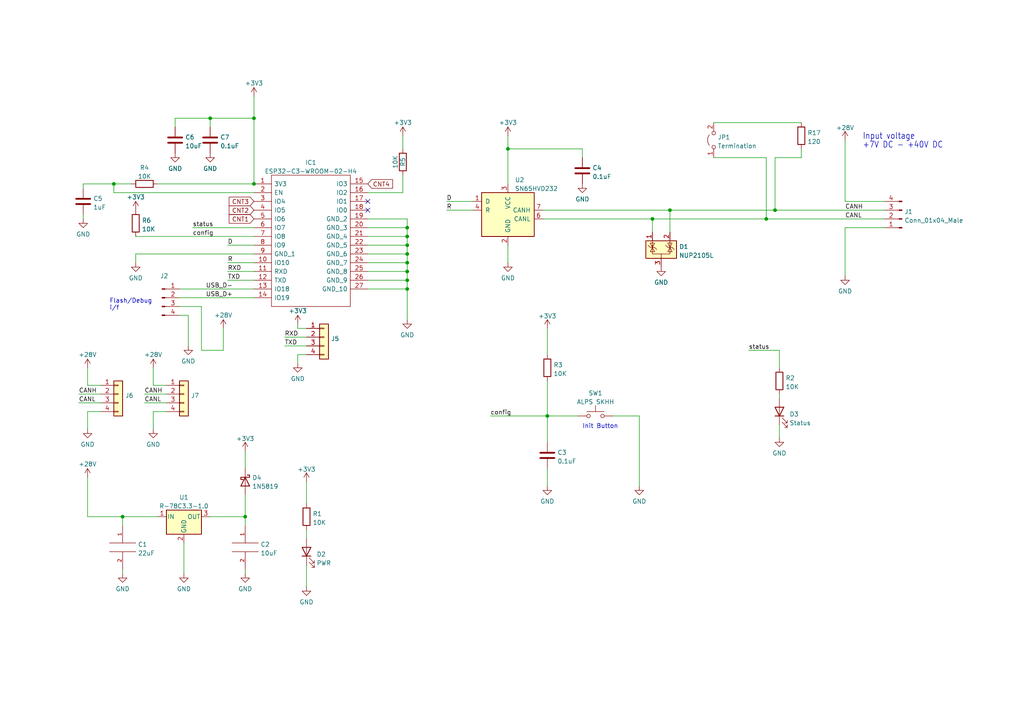
<source format=kicad_sch>
(kicad_sch (version 20250114) (generator "eeschema") (generator_version "9.0")
  (paper "A4")
  (title_block (comment 1 "VSCP A/D module with CAN/EWifi and BLE communication"))
  (lib_symbols
    (symbol "Connector:Conn_01x04_Male" (pin_names (offset 1.016) (hide yes))
      (property "Reference" "J" (at 0 5.08 0))
      (property "Value" "Conn_01x04_Male" (at 0 -7.62 0))
      (symbol "Conn_01x04_Male_1_1"
        (rectangle (start 0.8636 2.667) (end 0 2.413) (stroke (width 0.1524)) (fill (type outline)))
        (rectangle (start 0.8636 0.127) (end 0 -0.127) (stroke (width 0.1524)) (fill (type outline)))
        (rectangle (start 0.8636 -2.413) (end 0 -2.667) (stroke (width 0.1524)) (fill (type outline)))
        (rectangle (start 0.8636 -4.953) (end 0 -5.207) (stroke (width 0.1524)) (fill (type outline)))
        (polyline (pts (xy 1.27 2.54) (xy 0.8636 2.54)) (stroke (width 0.1524)))
        (polyline (pts (xy 1.27 0) (xy 0.8636 0)) (stroke (width 0.1524)))
        (polyline (pts (xy 1.27 -2.54) (xy 0.8636 -2.54)) (stroke (width 0.1524)))
        (polyline (pts (xy 1.27 -5.08) (xy 0.8636 -5.08)) (stroke (width 0.1524)))
        (pin passive line (at 5.08 2.54 180) (length 3.81) (name "Pin_1") (number "1"))
        (pin passive line (at 5.08 0 180) (length 3.81) (name "Pin_2") (number "2"))
        (pin passive line (at 5.08 -2.54 180) (length 3.81) (name "Pin_3") (number "3"))
        (pin passive line (at 5.08 -5.08 180) (length 3.81) (name "Pin_4") (number "4"))
      )
    )
    (symbol "Connector_Generic:Conn_01x04" (pin_names (offset 1.016) (hide yes))
      (property "Reference" "J" (at 0 5.08 0))
      (property "Value" "Conn_01x04" (at 0 -7.62 0))
      (symbol "Conn_01x04_1_1"
        (rectangle (start -1.27 3.81) (end 1.27 -6.35) (stroke (width 0.254)) (fill (type background)))
        (rectangle (start -1.27 2.667) (end 0 2.413) (stroke (width 0.1524)))
        (rectangle (start -1.27 0.127) (end 0 -0.127) (stroke (width 0.1524)))
        (rectangle (start -1.27 -2.413) (end 0 -2.667) (stroke (width 0.1524)))
        (rectangle (start -1.27 -4.953) (end 0 -5.207) (stroke (width 0.1524)))
        (pin passive line (at -5.08 2.54 0) (length 3.81) (name "Pin_1") (number "1"))
        (pin passive line (at -5.08 0 0) (length 3.81) (name "Pin_2") (number "2"))
        (pin passive line (at -5.08 -2.54 0) (length 3.81) (name "Pin_3") (number "3"))
        (pin passive line (at -5.08 -5.08 0) (length 3.81) (name "Pin_4") (number "4"))
      )
    )
    (symbol "Device:C" (pin_numbers (hide yes)) (pin_names (offset 0.254))
      (property "Reference" "C" (at 0.635 2.54 0))
      (property "Value" "C" (at 0.635 -2.54 0))
      (symbol "C_0_1"
        (polyline (pts (xy -2.032 0.762) (xy 2.032 0.762)) (stroke (width 0.508)))
        (polyline (pts (xy -2.032 -0.762) (xy 2.032 -0.762)) (stroke (width 0.508)))
      )
      (symbol "C_1_1"
        (pin passive line (at 0 3.81 270) (length 2.794) (name "~") (number "1"))
        (pin passive line (at 0 -3.81 90) (length 2.794) (name "~") (number "2"))
      )
    )
    (symbol "Device:LED" (pin_numbers (hide yes)) (pin_names (offset 1.016) (hide yes))
      (property "Reference" "D" (at 0 2.54 0))
      (property "Value" "LED" (at 0 -2.54 0))
      (symbol "LED_0_1"
        (polyline (pts (xy -3.048 -0.762) (xy -4.572 -2.286) (xy -3.81 -2.286) (xy -4.572 -2.286) (xy -4.572 -1.524)))
        (polyline (pts (xy -1.778 -0.762) (xy -3.302 -2.286) (xy -2.54 -2.286) (xy -3.302 -2.286) (xy -3.302 -1.524)))
        (polyline (pts (xy -1.27 0) (xy 1.27 0)))
        (polyline (pts (xy -1.27 -1.27) (xy -1.27 1.27)) (stroke (width 0.254)))
        (polyline (pts (xy 1.27 -1.27) (xy 1.27 1.27) (xy -1.27 0) (xy 1.27 -1.27)) (stroke (width 0.254)))
      )
      (symbol "LED_1_1"
        (pin passive line (at -3.81 0 0) (length 2.54) (name "K") (number "1"))
        (pin passive line (at 3.81 0 180) (length 2.54) (name "A") (number "2"))
      )
    )
    (symbol "Device:R" (pin_numbers (hide yes)) (pin_names (offset 0))
      (property "Reference" "R" (at 2.032 0 90))
      (property "Value" "R" (at 0 0 90))
      (symbol "R_0_1"
        (rectangle (start -1.016 -2.54) (end 1.016 2.54) (stroke (width 0.254)))
      )
      (symbol "R_1_1"
        (pin passive line (at 0 3.81 270) (length 1.27) (name "~") (number "1"))
        (pin passive line (at 0 -3.81 90) (length 1.27) (name "~") (number "2"))
      )
    )
    (symbol "Diode:1N5819" (pin_numbers (hide yes)) (pin_names (offset 1.016) (hide yes))
      (property "Reference" "D" (at 0 2.54 0))
      (property "Value" "1N5819" (at 0 -2.54 0))
      (symbol "1N5819_0_1"
        (polyline (pts (xy -1.905 0.635) (xy -1.905 1.27) (xy -1.27 1.27) (xy -1.27 -1.27) (xy -0.635 -1.27) (xy -0.635 -0.635)) (stroke (width 0.254)))
        (polyline (pts (xy 1.27 1.27) (xy 1.27 -1.27) (xy -1.27 0) (xy 1.27 1.27)) (stroke (width 0.254)))
        (polyline (pts (xy 1.27 0) (xy -1.27 0)))
      )
      (symbol "1N5819_1_1"
        (pin passive line (at -3.81 0 0) (length 2.54) (name "K") (number "1"))
        (pin passive line (at 3.81 0 180) (length 2.54) (name "A") (number "2"))
      )
    )
    (symbol "ESP32-C3-WROOM-02-H4:ESP32-C3-WROOM-02-H4" (pin_names (offset 0.762))
      (property "Reference" "IC" (at 29.21 7.62 0))
      (property "Value" "ESP32-C3-WROOM-02-H4" (at 29.21 5.08 0))
      (symbol "ESP32-C3-WROOM-02-H4_0_0"
        (pin passive line (at 0 0 0) (length 5.08) (name "3V3") (number "1"))
        (pin passive line (at 0 -2.54 0) (length 5.08) (name "EN") (number "2"))
        (pin passive line (at 0 -5.08 0) (length 5.08) (name "IO4") (number "3"))
        (pin passive line (at 0 -7.62 0) (length 5.08) (name "IO5") (number "4"))
        (pin passive line (at 0 -10.16 0) (length 5.08) (name "IO6") (number "5"))
        (pin passive line (at 0 -12.7 0) (length 5.08) (name "IO7") (number "6"))
        (pin passive line (at 0 -15.24 0) (length 5.08) (name "IO8") (number "7"))
        (pin passive line (at 0 -17.78 0) (length 5.08) (name "IO9") (number "8"))
        (pin passive line (at 0 -20.32 0) (length 5.08) (name "GND_1") (number "9"))
        (pin passive line (at 0 -22.86 0) (length 5.08) (name "IO10") (number "10"))
        (pin passive line (at 0 -25.4 0) (length 5.08) (name "RXD") (number "11"))
        (pin passive line (at 0 -27.94 0) (length 5.08) (name "TXD") (number "12"))
        (pin passive line (at 0 -30.48 0) (length 5.08) (name "IO18") (number "13"))
        (pin passive line (at 0 -33.02 0) (length 5.08) (name "IO19") (number "14"))
        (pin passive line (at 33.02 0 180) (length 5.08) (name "IO3") (number "15"))
        (pin passive line (at 33.02 -2.54 180) (length 5.08) (name "IO2") (number "16"))
        (pin passive line (at 33.02 -5.08 180) (length 5.08) (name "IO1") (number "17"))
        (pin passive line (at 33.02 -7.62 180) (length 5.08) (name "IO0") (number "18"))
        (pin passive line (at 33.02 -10.16 180) (length 5.08) (name "GND_2") (number "19"))
        (pin passive line (at 33.02 -12.7 180) (length 5.08) (name "GND_3") (number "20"))
        (pin passive line (at 33.02 -15.24 180) (length 5.08) (name "GND_4") (number "21"))
        (pin passive line (at 33.02 -17.78 180) (length 5.08) (name "GND_5") (number "22"))
        (pin passive line (at 33.02 -20.32 180) (length 5.08) (name "GND_6") (number "23"))
        (pin passive line (at 33.02 -22.86 180) (length 5.08) (name "GND_7") (number "24"))
        (pin passive line (at 33.02 -25.4 180) (length 5.08) (name "GND_8") (number "25"))
        (pin passive line (at 33.02 -27.94 180) (length 5.08) (name "GND_9") (number "26"))
        (pin passive line (at 33.02 -30.48 180) (length 5.08) (name "GND_10") (number "27"))
      )
      (symbol "ESP32-C3-WROOM-02-H4_0_1"
        (polyline (pts (xy 5.08 2.54) (xy 27.94 2.54) (xy 27.94 -35.56) (xy 5.08 -35.56) (xy 5.08 2.54)) (stroke (width 0.1524)))
      )
    )
    (symbol "Interface_CAN_LIN:SN65HVD232" (pin_names (offset 1.016))
      (property "Reference" "U" (at -2.54 10.16 0))
      (property "Value" "SN65HVD232" (at -2.54 7.62 0))
      (symbol "SN65HVD232_0_1"
        (rectangle (start -7.62 5.08) (end 7.62 -7.62) (stroke (width 0.254)) (fill (type background)))
      )
      (symbol "SN65HVD232_1_1"
        (pin input line (at -10.16 2.54 0) (length 2.54) (name "D") (number "1"))
        (pin output line (at -10.16 0 0) (length 2.54) (name "R") (number "4"))
        (pin no_connect line (at -10.16 -2.54 0) (length 2.54) (hide yes) (name "NC") (number "5"))
        (pin no_connect line (at -10.16 -5.08 0) (length 2.54) (hide yes) (name "NC") (number "8"))
        (pin power_in line (at 0 7.62 270) (length 2.54) (name "VCC") (number "3"))
        (pin power_in line (at 0 -10.16 90) (length 2.54) (name "GND") (number "2"))
        (pin bidirectional line (at 10.16 0 180) (length 2.54) (name "CANH") (number "7"))
        (pin bidirectional line (at 10.16 -2.54 180) (length 2.54) (name "CANL") (number "6"))
      )
    )
    (symbol "Jumper:Jumper_2_Open" (pin_names (offset 0) (hide yes))
      (property "Reference" "JP" (at 0 2.794 0))
      (property "Value" "Jumper_2_Open" (at 0 -2.286 0))
      (symbol "Jumper_2_Open_0_0"
        (circle (center -2.032 0) (radius 0.508))
        (circle (center 2.032 0) (radius 0.508))
      )
      (symbol "Jumper_2_Open_0_1"
        (arc (start -1.524 1.27) (mid 0 1.778) (end 1.524 1.27))
      )
      (symbol "Jumper_2_Open_1_1"
        (pin passive line (at -5.08 0 0) (length 2.54) (name "A") (number "1"))
        (pin passive line (at 5.08 0 180) (length 2.54) (name "B") (number "2"))
      )
    )
    (symbol "Power_Protection:NUP2105L" (pin_names (hide yes))
      (property "Reference" "D" (at 5.715 2.54 0))
      (property "Value" "NUP2105L" (at 5.715 0.635 0))
      (symbol "NUP2105L_0_0"
        (pin passive line (at 0 -5.08 90) (length 2.54) (name "A") (number "3"))
      )
      (symbol "NUP2105L_0_1"
        (rectangle (start -4.445 2.54) (end 4.445 -2.54) (stroke (width 0.254)) (fill (type background)))
        (polyline (pts (xy -3.81 1.27) (xy -3.175 0.635) (xy -1.905 0.635) (xy -1.27 0)))
        (polyline (pts (xy -2.54 2.54) (xy -2.54 0.635)))
        (polyline (pts (xy -2.54 0.635) (xy -2.54 -1.27) (xy 2.54 -1.27) (xy 2.54 0.635)))
        (polyline (pts (xy -2.54 0.635) (xy -1.905 -0.635) (xy -3.175 -0.635) (xy -2.54 0.635)))
        (polyline (pts (xy -2.54 0.635) (xy -3.175 1.905) (xy -1.905 1.905) (xy -2.54 0.635) (xy -2.54 1.27)))
        (polyline (pts (xy 0 -1.27) (xy 0 -2.54)))
        (polyline (pts (xy 1.27 1.27) (xy 1.905 0.635) (xy 2.54 0.635) (xy 3.175 0.635) (xy 3.81 0)))
        (polyline (pts (xy 2.54 2.54) (xy 2.54 0.635)))
        (polyline (pts (xy 2.54 0.635) (xy 1.905 -0.635) (xy 3.175 -0.635) (xy 2.54 0.635)))
        (polyline (pts (xy 2.54 0.635) (xy 3.175 1.905) (xy 1.905 1.905) (xy 2.54 0.635)))
      )
      (symbol "NUP2105L_1_1"
        (pin passive line (at -2.54 5.08 270) (length 2.54) (name "K") (number "1"))
        (pin passive line (at 2.54 5.08 270) (length 2.54) (name "K") (number "2"))
      )
    )
    (symbol "Regulator_Switching:R-78C3.3-1.0" (pin_names (offset 0.254))
      (property "Reference" "U" (at -3.81 3.175 0))
      (property "Value" "R-78C3.3-1.0" (at 0 3.175 0))
      (symbol "R-78C3.3-1.0_0_1"
        (rectangle (start -5.08 1.905) (end 5.08 -5.08) (stroke (width 0.254)) (fill (type background)))
      )
      (symbol "R-78C3.3-1.0_1_1"
        (pin power_in line (at -7.62 0 0) (length 2.54) (name "IN") (number "1"))
        (pin power_in line (at 0 -7.62 90) (length 2.54) (name "GND") (number "2"))
        (pin power_out line (at 7.62 0 180) (length 2.54) (name "OUT") (number "3"))
      )
    )
    (symbol "Switch:SW_Push" (pin_numbers (hide yes)) (pin_names (offset 1.016) (hide yes))
      (property "Reference" "SW" (at 1.27 2.54 0))
      (property "Value" "SW_Push" (at 0 -1.524 0))
      (symbol "SW_Push_0_1"
        (circle (center -2.032 0) (radius 0.508))
        (polyline (pts (xy 0 1.27) (xy 0 3.048)))
        (circle (center 2.032 0) (radius 0.508))
        (polyline (pts (xy 2.54 1.27) (xy -2.54 1.27)))
        (pin passive line (at -5.08 0 0) (length 2.54) (name "1") (number "1"))
        (pin passive line (at 5.08 0 180) (length 2.54) (name "2") (number "2"))
      )
    )
    (symbol "power:+28V" (power) (pin_names (offset 0))
      (property "Value" "+28V" (at 0 3.81 0))
      (symbol "+28V_0_1"
        (polyline (pts (xy -0.762 1.27) (xy 0 2.54)))
        (polyline (pts (xy 0 2.54) (xy 0.762 1.27)))
        (polyline (pts (xy 0 0) (xy 0 2.54)))
      )
      (symbol "+28V_1_1"
        (pin power_in line (at 0 0 90) (length 0) (hide yes) (name "+28V") (number "1"))
      )
    )
    (symbol "power:+3.3V" (power) (pin_names (offset 0))
      (property "Value" "+3.3V" (at 0 3.556 0))
      (symbol "+3.3V_0_1"
        (polyline (pts (xy -0.762 1.27) (xy 0 2.54)))
        (polyline (pts (xy 0 2.54) (xy 0.762 1.27)))
        (polyline (pts (xy 0 0) (xy 0 2.54)))
      )
      (symbol "+3.3V_1_1"
        (pin power_in line (at 0 0 90) (length 0) (hide yes) (name "+3V3") (number "1"))
      )
    )
    (symbol "power:GND" (power) (pin_names (offset 0))
      (property "Value" "GND" (at 0 -3.81 0))
      (symbol "GND_0_1"
        (polyline (pts (xy 0 0) (xy 0 -1.27) (xy 1.27 -1.27) (xy 0 -2.54) (xy -1.27 -1.27) (xy 0 -1.27)))
      )
      (symbol "GND_1_1"
        (pin power_in line (at 0 0 270) (length 0) (hide yes) (name "GND") (number "1"))
      )
    )
    (symbol "pspice:CAP" (pin_names (offset 0.254))
      (property "Reference" "C" (at 2.54 3.81 90))
      (property "Value" "CAP" (at 2.54 -3.81 90))
      (symbol "CAP_0_1"
        (polyline (pts (xy -3.81 1.27) (xy 3.81 1.27)))
        (polyline (pts (xy -3.81 -1.27) (xy 3.81 -1.27)))
      )
      (symbol "CAP_1_1"
        (pin passive line (at 0 6.35 270) (length 5.08) (name "~") (number "1"))
        (pin passive line (at 0 -6.35 90) (length 5.08) (name "~") (number "2"))
      )
    )
  )
  (text "Input voltage" (at 250.19 40.64 0) (effects (font (size 1.778 1.5113)) (justify left bottom)))
  (text "+7V DC - +40V DC" (at 250.19 43.18 0) (effects (font (size 1.778 1.5113)) (justify left bottom)))
  (text "Flash/Debug \ni/f\n" (at 31.75 90.17 0) (effects (font (size 1.27 1.27)) (justify left bottom)))
  (text "Init Button" (at 168.91 124.46 0) (effects (font (size 1.27 1.27)) (justify left bottom)))
  (junction (at 118.11 68.58))
  (junction (at 118.11 83.82))
  (junction (at 71.12 149.86))
  (junction (at 158.75 120.65))
  (junction (at 118.11 76.2))
  (junction (at 222.25 63.5))
  (junction (at 118.11 73.66))
  (junction (at 35.56 149.86))
  (junction (at 118.11 71.12))
  (junction (at 194.31 60.96))
  (junction (at 118.11 81.28))
  (junction (at 147.32 43.18))
  (junction (at 60.96 34.29))
  (junction (at 73.66 34.29))
  (junction (at 118.11 66.04))
  (junction (at 73.66 53.34))
  (junction (at 118.11 78.74))
  (junction (at 189.23 63.5))
  (junction (at 224.79 60.96))
  (junction (at 33.02 53.34))
  (no_connect (at 106.68 58.42))
  (no_connect (at 106.68 60.96))
  (wire (pts (xy 35.56 149.86) (xy 35.56 152.4)))
  (wire (pts (xy 73.66 73.66) (xy 39.37 73.66)))
  (wire (pts (xy 86.36 102.87) (xy 88.9 102.87)))
  (wire (pts (xy 158.75 120.65) (xy 158.75 128.27)))
  (wire (pts (xy 35.56 165.1) (xy 35.56 166.37)))
  (wire (pts (xy 88.9 153.67) (xy 88.9 156.21)))
  (wire (pts (xy 106.68 66.04) (xy 118.11 66.04)))
  (wire (pts (xy 226.06 101.6) (xy 226.06 106.68)))
  (wire (pts (xy 224.79 45.72) (xy 232.41 45.72)))
  (wire (pts (xy 58.42 88.9) (xy 58.42 101.6)))
  (wire (pts (xy 106.68 63.5) (xy 118.11 63.5)))
  (wire (pts (xy 106.68 76.2) (xy 118.11 76.2)))
  (wire (pts (xy 35.56 149.86) (xy 45.72 149.86)))
  (wire (pts (xy 44.45 124.46) (xy 44.45 119.38)))
  (wire (pts (xy 41.91 116.84) (xy 48.26 116.84)))
  (wire (pts (xy 71.12 143.51) (xy 71.12 149.86)))
  (wire (pts (xy 86.36 105.41) (xy 86.36 102.87)))
  (wire (pts (xy 25.4 149.86) (xy 35.56 149.86)))
  (wire (pts (xy 147.32 43.18) (xy 147.32 53.34)))
  (wire (pts (xy 226.06 114.3) (xy 226.06 115.57)))
  (wire (pts (xy 116.84 55.88) (xy 116.84 50.8)))
  (wire (pts (xy 73.66 27.94) (xy 73.66 34.29)))
  (wire (pts (xy 66.04 76.2) (xy 73.66 76.2)))
  (wire (pts (xy 106.68 73.66) (xy 118.11 73.66)))
  (wire (pts (xy 66.04 81.28) (xy 73.66 81.28)))
  (wire (pts (xy 48.26 111.76) (xy 44.45 111.76)))
  (wire (pts (xy 118.11 73.66) (xy 118.11 76.2)))
  (wire (pts (xy 52.07 83.82) (xy 73.66 83.82)))
  (wire (pts (xy 129.54 58.42) (xy 137.16 58.42)))
  (wire (pts (xy 232.41 43.18) (xy 232.41 45.72)))
  (wire (pts (xy 245.11 66.04) (xy 245.11 80.01)))
  (wire (pts (xy 25.4 119.38) (xy 29.21 119.38)))
  (wire (pts (xy 106.68 78.74) (xy 118.11 78.74)))
  (wire (pts (xy 58.42 101.6) (xy 64.77 101.6)))
  (wire (pts (xy 33.02 53.34) (xy 24.13 53.34)))
  (wire (pts (xy 106.68 81.28) (xy 118.11 81.28)))
  (wire (pts (xy 222.25 63.5) (xy 256.54 63.5)))
  (wire (pts (xy 71.12 130.81) (xy 71.12 135.89)))
  (wire (pts (xy 38.1 53.34) (xy 33.02 53.34)))
  (wire (pts (xy 60.96 149.86) (xy 71.12 149.86)))
  (wire (pts (xy 129.54 60.96) (xy 137.16 60.96)))
  (wire (pts (xy 39.37 73.66) (xy 39.37 76.2)))
  (wire (pts (xy 118.11 66.04) (xy 118.11 68.58)))
  (wire (pts (xy 82.55 100.33) (xy 88.9 100.33)))
  (wire (pts (xy 177.8 120.65) (xy 185.42 120.65)))
  (wire (pts (xy 66.04 71.12) (xy 73.66 71.12)))
  (wire (pts (xy 22.86 114.3) (xy 29.21 114.3)))
  (wire (pts (xy 64.77 95.25) (xy 64.77 101.6)))
  (wire (pts (xy 60.96 36.83) (xy 60.96 34.29)))
  (wire (pts (xy 25.4 106.68) (xy 25.4 111.76)))
  (wire (pts (xy 217.17 101.6) (xy 226.06 101.6)))
  (wire (pts (xy 118.11 81.28) (xy 118.11 83.82)))
  (wire (pts (xy 194.31 60.96) (xy 224.79 60.96)))
  (wire (pts (xy 53.34 157.48) (xy 53.34 166.37)))
  (wire (pts (xy 55.88 66.04) (xy 73.66 66.04)))
  (wire (pts (xy 60.96 34.29) (xy 73.66 34.29)))
  (wire (pts (xy 142.24 120.65) (xy 158.75 120.65)))
  (wire (pts (xy 147.32 43.18) (xy 168.91 43.18)))
  (wire (pts (xy 185.42 120.65) (xy 185.42 140.97)))
  (wire (pts (xy 118.11 78.74) (xy 118.11 81.28)))
  (wire (pts (xy 106.68 68.58) (xy 118.11 68.58)))
  (wire (pts (xy 157.48 63.5) (xy 189.23 63.5)))
  (wire (pts (xy 106.68 55.88) (xy 116.84 55.88)))
  (wire (pts (xy 157.48 60.96) (xy 194.31 60.96)))
  (wire (pts (xy 88.9 139.7) (xy 88.9 146.05)))
  (wire (pts (xy 116.84 39.37) (xy 116.84 43.18)))
  (wire (pts (xy 39.37 68.58) (xy 73.66 68.58)))
  (wire (pts (xy 207.01 45.72) (xy 222.25 45.72)))
  (wire (pts (xy 256.54 66.04) (xy 245.11 66.04)))
  (wire (pts (xy 194.31 67.31) (xy 194.31 60.96)))
  (wire (pts (xy 44.45 119.38) (xy 48.26 119.38)))
  (wire (pts (xy 33.02 55.88) (xy 33.02 53.34)))
  (wire (pts (xy 118.11 76.2) (xy 118.11 78.74)))
  (wire (pts (xy 44.45 106.68) (xy 44.45 111.76)))
  (wire (pts (xy 158.75 95.25) (xy 158.75 102.87)))
  (wire (pts (xy 29.21 111.76) (xy 25.4 111.76)))
  (wire (pts (xy 73.66 55.88) (xy 33.02 55.88)))
  (wire (pts (xy 118.11 71.12) (xy 118.11 73.66)))
  (wire (pts (xy 189.23 63.5) (xy 222.25 63.5)))
  (wire (pts (xy 118.11 83.82) (xy 118.11 92.71)))
  (wire (pts (xy 82.55 97.79) (xy 88.9 97.79)))
  (wire (pts (xy 189.23 63.5) (xy 189.23 67.31)))
  (wire (pts (xy 52.07 88.9) (xy 58.42 88.9)))
  (wire (pts (xy 24.13 62.23) (xy 24.13 63.5)))
  (wire (pts (xy 52.07 86.36) (xy 73.66 86.36)))
  (wire (pts (xy 71.12 149.86) (xy 71.12 152.4)))
  (wire (pts (xy 118.11 63.5) (xy 118.11 66.04)))
  (wire (pts (xy 22.86 116.84) (xy 29.21 116.84)))
  (wire (pts (xy 158.75 110.49) (xy 158.75 120.65)))
  (wire (pts (xy 24.13 53.34) (xy 24.13 54.61)))
  (wire (pts (xy 25.4 138.43) (xy 25.4 149.86)))
  (wire (pts (xy 73.66 53.34) (xy 73.66 34.29)))
  (wire (pts (xy 41.91 114.3) (xy 48.26 114.3)))
  (wire (pts (xy 224.79 45.72) (xy 224.79 60.96)))
  (wire (pts (xy 54.61 91.44) (xy 54.61 100.33)))
  (wire (pts (xy 147.32 71.12) (xy 147.32 76.2)))
  (wire (pts (xy 106.68 83.82) (xy 118.11 83.82)))
  (wire (pts (xy 88.9 95.25) (xy 86.36 95.25)))
  (wire (pts (xy 222.25 45.72) (xy 222.25 63.5)))
  (wire (pts (xy 207.01 35.56) (xy 232.41 35.56)))
  (wire (pts (xy 224.79 60.96) (xy 256.54 60.96)))
  (wire (pts (xy 226.06 123.19) (xy 226.06 127)))
  (wire (pts (xy 245.11 40.64) (xy 245.11 58.42)))
  (wire (pts (xy 71.12 165.1) (xy 71.12 166.37)))
  (wire (pts (xy 50.8 34.29) (xy 60.96 34.29)))
  (wire (pts (xy 147.32 39.37) (xy 147.32 43.18)))
  (wire (pts (xy 158.75 135.89) (xy 158.75 140.97)))
  (wire (pts (xy 118.11 68.58) (xy 118.11 71.12)))
  (wire (pts (xy 66.04 78.74) (xy 73.66 78.74)))
  (wire (pts (xy 256.54 58.42) (xy 245.11 58.42)))
  (wire (pts (xy 50.8 36.83) (xy 50.8 34.29)))
  (wire (pts (xy 45.72 53.34) (xy 73.66 53.34)))
  (wire (pts (xy 86.36 95.25) (xy 86.36 93.98)))
  (wire (pts (xy 88.9 163.83) (xy 88.9 170.18)))
  (wire (pts (xy 25.4 124.46) (xy 25.4 119.38)))
  (wire (pts (xy 168.91 45.72) (xy 168.91 43.18)))
  (wire (pts (xy 106.68 71.12) (xy 118.11 71.12)))
  (wire (pts (xy 52.07 91.44) (xy 54.61 91.44)))
  (wire (pts (xy 158.75 120.65) (xy 167.64 120.65)))
  (label "RXD" (at 82.55 97.79 0))
  (label "CANL" (at 22.86 116.84 0))
  (label "RXD" (at 66.04 78.74 0))
  (label "USB_D+" (at 59.69 86.36 0))
  (label "D" (at 66.04 71.12 0))
  (label "R" (at 129.54 60.96 0))
  (label "config" (at 55.88 68.58 0))
  (label "CANL" (at 41.91 116.84 0))
  (label "status" (at 55.88 66.04 0))
  (label "config" (at 142.24 120.65 0))
  (label "CANH" (at 245.11 60.96 0))
  (label "D" (at 129.54 58.42 0))
  (label "CANH" (at 22.86 114.3 0))
  (label "TXD" (at 82.55 100.33 0))
  (label "USB_D-" (at 59.69 83.82 0))
  (label "R" (at 66.04 76.2 0))
  (label "TXD" (at 66.04 81.28 0))
  (label "CANL" (at 245.11 63.5 0))
  (label "CANH" (at 41.91 114.3 0))
  (label "status" (at 217.17 101.6 0))
  (global_label "CNT3" (shape input) (at 73.66 58.42 180) (property "Intersheetrefs" "${INTERSHEET_REFS}" (at 66.4693 58.3406 0) (effects (justify right))))
  (global_label "CNT2" (shape input) (at 73.66 60.96 180) (property "Intersheetrefs" "${INTERSHEET_REFS}" (at 66.4693 60.8806 0) (effects (justify right))))
  (global_label "CNT4" (shape input) (at 106.68 53.34 0) (property "Intersheetrefs" "${INTERSHEET_REFS}" (at 113.8707 53.2606 0) (effects (justify left))))
  (global_label "CNT1" (shape input) (at 73.66 63.5 180) (property "Intersheetrefs" "${INTERSHEET_REFS}" (at 66.4693 63.4206 0) (effects (justify right))))
  (symbol (lib_id "Device:R") (at 226.06 110.49 0) (unit 1)
    (property "Reference" "R2" (at 227.838 109.6553 0) (effects (justify left)))
    (property "Value" "10K" (at 227.838 112.1922 0) (effects (justify left)))
    (property "Footprint" "Resistor_SMD:R_0805_2012Metric" (effects (hide yes)))
  )
  (symbol (lib_id "Device:LED") (at 226.06 119.38 90) (unit 1)
    (property "Reference" "D3" (at 228.981 120.1328 90) (effects (justify right)))
    (property "Value" "Status" (at 228.981 122.6697 90) (effects (justify right)))
    (property "Footprint" "LED_SMD:LED_0805_2012Metric" (effects (hide yes)))
  )
  (symbol (lib_id "Device:C") (at 50.8 40.64 0) (unit 1)
    (property "Reference" "C6" (at 53.721 39.8053 0) (effects (justify left)))
    (property "Value" "10uF" (at 53.721 42.3422 0) (effects (justify left)))
    (property "Footprint" "Capacitor_SMD:C_0805_2012Metric" (effects (hide yes)))
  )
  (symbol (lib_id "power:GND") (at 44.45 124.46 0) (unit 1)
    (property "Reference" "#PWR0137" (effects (hide yes)))
    (property "Value" "GND" (at 44.45 128.9034 0))
  )
  (symbol (lib_id "Device:R") (at 41.91 53.34 90) (unit 1)
    (property "Reference" "R4" (at 41.91 48.6242 90))
    (property "Value" "10K" (at 41.91 51.1611 90))
    (property "Footprint" "Resistor_SMD:R_0805_2012Metric" (effects (hide yes)))
  )
  (symbol (lib_id "power:+3.3V") (at 116.84 39.37 0) (unit 1)
    (property "Reference" "#PWR0116" (effects (hide yes)))
    (property "Value" "+3V3" (at 116.84 35.56 0))
  )
  (symbol (lib_id "power:GND") (at 158.75 140.97 0) (unit 1)
    (property "Reference" "#PWR0119" (effects (hide yes)))
    (property "Value" "GND" (at 158.75 145.4134 0))
  )
  (symbol (lib_id "power:GND") (at 86.36 105.41 0) (unit 1)
    (property "Reference" "#PWR0134" (effects (hide yes)))
    (property "Value" "GND" (at 86.36 109.8534 0))
  )
  (symbol (lib_id "Device:R") (at 116.84 46.99 180) (unit 1)
    (property "Reference" "R5" (at 116.84 46.99 90))
    (property "Value" "10K" (at 114.6611 46.99 90))
    (property "Footprint" "Resistor_SMD:R_0805_2012Metric" (effects (hide yes)))
  )
  (symbol (lib_id "Jumper:Jumper_2_Open") (at 207.01 40.64 90) (unit 1)
    (property "Reference" "JP1" (at 208.153 39.8053 90) (effects (justify right)))
    (property "Value" "Termination" (at 208.153 42.3422 90) (effects (justify right)))
    (property "Footprint" "Connector_PinHeader_2.54mm:PinHeader_1x02_P2.54mm_Vertical" (effects (hide yes)))
  )
  (symbol (lib_id "power:GND") (at 168.91 53.34 0) (unit 1)
    (property "Reference" "#PWR0127" (effects (hide yes)))
    (property "Value" "GND" (at 168.91 57.7834 0))
  )
  (symbol (lib_id "Connector_Generic:Conn_01x04") (at 93.98 97.79 0) (unit 1)
    (property "Reference" "J5" (at 96.012 98.2253 0) (effects (justify left)))
    (property "Value" "Conn_01x04" (effects (hide yes)))
    (property "Footprint" "Connector_Molex:Molex_KK-254_AE-6410-04A_1x04_P2.54mm_Vertical" (effects (hide yes)))
  )
  (symbol (lib_id "Device:C") (at 158.75 132.08 0) (unit 1)
    (property "Reference" "C3" (at 161.671 131.2453 0) (effects (justify left)))
    (property "Value" "0.1uF" (at 161.671 133.7822 0) (effects (justify left)))
    (property "Footprint" "Capacitor_SMD:C_0805_2012Metric" (effects (hide yes)))
  )
  (symbol (lib_id "power:+3.3V") (at 158.75 95.25 0) (unit 1)
    (property "Reference" "#PWR0102" (effects (hide yes)))
    (property "Value" "+3V3" (at 158.75 91.6742 0))
  )
  (symbol (lib_id "power:GND") (at 226.06 127 0) (unit 1)
    (property "Reference" "#PWR0124" (effects (hide yes)))
    (property "Value" "GND" (at 226.06 131.4434 0))
  )
  (symbol (lib_id "power:GND") (at 39.37 76.2 0) (unit 1)
    (property "Reference" "#PWR0125" (effects (hide yes)))
    (property "Value" "GND" (at 39.37 80.6434 0))
  )
  (symbol (lib_id "power:GND") (at 245.11 80.01 0) (unit 1)
    (property "Reference" "#PWR0121" (effects (hide yes)))
    (property "Value" "GND" (at 245.11 84.4534 0))
  )
  (symbol (lib_id "power:+28V") (at 64.77 95.25 0) (unit 1)
    (property "Reference" "#PWR0117" (effects (hide yes)))
    (property "Value" "+28V" (at 64.77 91.44 0))
  )
  (symbol (lib_id "pspice:CAP") (at 71.12 158.75 0) (unit 1)
    (property "Reference" "C2" (at 75.565 157.9153 0) (effects (justify left)))
    (property "Value" "10uF" (at 75.565 160.4522 0) (effects (justify left)))
    (property "Footprint" "Capacitor_SMD:C_0805_2012Metric_Pad1.18x1.45mm_HandSolder" (effects (hide yes)))
  )
  (symbol (lib_id "power:GND") (at 191.77 77.47 0) (unit 1)
    (property "Reference" "#PWR0120" (effects (hide yes)))
    (property "Value" "GND" (at 191.77 81.9134 0))
  )
  (symbol (lib_id "power:GND") (at 54.61 100.33 0) (unit 1)
    (property "Reference" "#PWR0122" (effects (hide yes)))
    (property "Value" "GND" (at 54.61 104.7734 0))
  )
  (symbol (lib_id "Power_Protection:NUP2105L") (at 191.77 72.39 0) (unit 1)
    (property "Reference" "D1" (at 196.977 71.5553 0) (effects (justify left)))
    (property "Value" "NUP2105L" (at 196.977 74.0922 0) (effects (justify left)))
    (property "Footprint" "Package_TO_SOT_SMD:SOT-23" (effects (hide yes)))
    (property "Datasheet" "http://www.onsemi.com/pub_link/Collateral/NUP2105L-D.PDF" (effects (hide yes)))
  )
  (symbol (lib_id "Interface_CAN_LIN:SN65HVD232") (at 147.32 60.96 0) (unit 1)
    (property "Reference" "U2" (at 149.3394 52.1802 0) (effects (justify left)))
    (property "Value" "SN65HVD232" (at 149.3394 54.7171 0) (effects (justify left)))
    (property "Footprint" "Package_SO:SOIC-8_3.9x4.9mm_P1.27mm" (effects (hide yes)))
    (property "Datasheet" "http://www.ti.com/lit/ds/symlink/sn65hvd230.pdf" (effects (hide yes)))
  )
  (symbol (lib_id "power:+3.3V") (at 147.32 39.37 0) (unit 1)
    (property "Reference" "#PWR0123" (effects (hide yes)))
    (property "Value" "+3V3" (at 147.32 35.56 0))
  )
  (symbol (lib_id "Connector_Generic:Conn_01x04") (at 53.34 114.3 0) (unit 1)
    (property "Reference" "J7" (at 55.372 114.7353 0) (effects (justify left)))
    (property "Value" "Conn_01x04" (effects (hide yes)))
    (property "Footprint" "Connector_Molex:Molex_KK-254_AE-6410-04A_1x04_P2.54mm_Vertical" (effects (hide yes)))
  )
  (symbol (lib_id "Device:LED") (at 88.9 160.02 90) (unit 1)
    (property "Reference" "D2" (at 91.821 160.7728 90) (effects (justify right)))
    (property "Value" "PWR" (at 91.821 163.3097 90) (effects (justify right)))
    (property "Footprint" "LED_SMD:LED_0805_2012Metric" (effects (hide yes)))
  )
  (symbol (lib_id "Connector:Conn_01x04_Male") (at 46.99 86.36 0) (unit 1)
    (property "Reference" "J2" (at 47.625 80.044 0))
    (property "Value" "Conn_01x04_Male" (effects (hide yes)))
    (property "Footprint" "Connector_PinHeader_2.54mm:PinHeader_1x04_P2.54mm_Vertical" (effects (hide yes)))
  )
  (symbol (lib_id "power:GND") (at 24.13 63.5 0) (unit 1)
    (property "Reference" "#PWR0105" (effects (hide yes)))
    (property "Value" "GND" (at 24.13 67.9434 0))
  )
  (symbol (lib_id "Device:R") (at 232.41 39.37 0) (unit 1)
    (property "Reference" "R17" (at 234.188 38.5353 0) (effects (justify left)))
    (property "Value" "120" (at 234.188 41.0722 0) (effects (justify left)))
    (property "Footprint" "Resistor_SMD:R_0805_2012Metric" (effects (hide yes)))
  )
  (symbol (lib_id "power:+28V") (at 245.11 40.64 0) (unit 1)
    (property "Reference" "#PWR0113" (effects (hide yes)))
    (property "Value" "+28V" (at 245.11 37.0642 0))
  )
  (symbol (lib_id "power:+28V") (at 25.4 138.43 0) (unit 1)
    (property "Reference" "#PWR0112" (effects (hide yes)))
    (property "Value" "+28V" (at 25.4 134.62 0))
  )
  (symbol (lib_id "power:GND") (at 88.9 170.18 0) (unit 1)
    (property "Reference" "#PWR0111" (effects (hide yes)))
    (property "Value" "GND" (at 88.9 174.6234 0))
  )
  (symbol (lib_id "power:+3.3V") (at 86.36 93.98 0) (unit 1)
    (property "Reference" "#PWR0135" (effects (hide yes)))
    (property "Value" "+3V3" (at 86.36 90.17 0))
  )
  (symbol (lib_id "power:GND") (at 185.42 140.97 0) (unit 1)
    (property "Reference" "#PWR0118" (effects (hide yes)))
    (property "Value" "GND" (at 185.42 145.4134 0))
  )
  (symbol (lib_id "Switch:SW_Push") (at 172.72 120.65 0) (unit 1)
    (property "Reference" "SW1" (at 172.72 114.0292 0))
    (property "Value" "ALPS SKHH" (at 172.72 116.5661 0))
    (property "Footprint" "Button_Switch_THT:SW_Tactile_SPST_Angled_PTS645Vx31-2LFS" (effects (hide yes)))
  )
  (symbol (lib_id "power:GND") (at 147.32 76.2 0) (unit 1)
    (property "Reference" "#PWR0101" (effects (hide yes)))
    (property "Value" "GND" (at 147.32 80.6434 0))
  )
  (symbol (lib_id "Device:R") (at 39.37 64.77 180) (unit 1)
    (property "Reference" "R6" (at 41.148 63.9353 0) (effects (justify right)))
    (property "Value" "10K" (at 41.148 66.4722 0) (effects (justify right)))
    (property "Footprint" "Resistor_SMD:R_0805_2012Metric" (effects (hide yes)))
  )
  (symbol (lib_id "Connector_Generic:Conn_01x04") (at 34.29 114.3 0) (unit 1)
    (property "Reference" "J6" (at 36.322 114.7353 0) (effects (justify left)))
    (property "Value" "Conn_01x04" (effects (hide yes)))
    (property "Footprint" "Connector_Molex:Molex_KK-254_AE-6410-04A_1x04_P2.54mm_Vertical" (effects (hide yes)))
  )
  (symbol (lib_id "ESP32-C3-WROOM-02-H4:ESP32-C3-WROOM-02-H4") (at 73.66 53.34 0) (unit 1)
    (property "Reference" "IC1" (at 90.17 47.151 0))
    (property "Value" "ESP32-C3-WROOM-02-H4" (at 90.17 49.6879 0))
    (property "Footprint" "ESP32_C3:ESP32C3WROOM02H4" (effects (hide yes)))
    (property "Datasheet" "https://www.mouser.in/datasheet/2/891/Espressif_Systems_04082021_ESP32_C3_WROOM_02-2295851.pdf" (effects (hide yes)))
    (property "Description" "WiFi Modules (802.11) SMD module, ESP32-C3, 4MB SPI flash, PCB antenna, -40 C +105 C" (effects (hide yes)))
    (property "Height" "3.35" (effects (hide yes)))
    (property "Manufacturer_Name" "Espressif Systems" (effects (hide yes)))
    (property "Manufacturer_Part_Number" "ESP32-C3-WROOM-02-H4" (effects (hide yes)))
    (property "Mouser Part Number" "356-ESP32C3WROOM02H4" (effects (hide yes)))
    (property "Mouser Price/Stock" "https://www.mouser.co.uk/ProductDetail/Espressif-Systems/ESP32-C3-WROOM-02-H4?qs=stqOd1AaK79%2FSA14oWtR%252Bw%3D%3D" (effects (hide yes)))
  )
  (symbol (lib_id "power:+3.3V") (at 71.12 130.81 0) (unit 1)
    (property "Reference" "#PWR0109" (effects (hide yes)))
    (property "Value" "+3V3" (at 71.12 127.2342 0))
  )
  (symbol (lib_id "power:+28V") (at 25.4 106.68 0) (unit 1)
    (property "Reference" "#PWR0139" (effects (hide yes)))
    (property "Value" "+28V" (at 25.4 102.87 0))
  )
  (symbol (lib_id "Device:C") (at 24.13 58.42 0) (unit 1)
    (property "Reference" "C5" (at 27.051 57.5853 0) (effects (justify left)))
    (property "Value" "1uF" (at 27.051 60.1222 0) (effects (justify left)))
    (property "Footprint" "Capacitor_SMD:C_0805_2012Metric" (effects (hide yes)))
  )
  (symbol (lib_id "power:+28V") (at 44.45 106.68 0) (unit 1)
    (property "Reference" "#PWR0138" (effects (hide yes)))
    (property "Value" "+28V" (at 44.45 102.87 0))
  )
  (symbol (lib_id "power:GND") (at 53.34 166.37 0) (unit 1)
    (property "Reference" "#PWR0107" (effects (hide yes)))
    (property "Value" "GND" (at 53.34 170.8134 0))
  )
  (symbol (lib_id "Device:R") (at 158.75 106.68 0) (unit 1)
    (property "Reference" "R3" (at 160.528 105.8453 0) (effects (justify left)))
    (property "Value" "10K" (at 160.528 108.3822 0) (effects (justify left)))
    (property "Footprint" "Resistor_SMD:R_0805_2012Metric" (effects (hide yes)))
  )
  (symbol (lib_id "power:GND") (at 71.12 166.37 0) (unit 1)
    (property "Reference" "#PWR0106" (effects (hide yes)))
    (property "Value" "GND" (at 71.12 170.8134 0))
  )
  (symbol (lib_id "power:+3.3V") (at 39.37 60.96 0) (unit 1)
    (property "Reference" "#PWR0126" (effects (hide yes)))
    (property "Value" "+3V3" (at 39.37 57.15 0))
  )
  (symbol (lib_id "power:+3.3V") (at 88.9 139.7 0) (unit 1)
    (property "Reference" "#PWR0110" (effects (hide yes)))
    (property "Value" "+3V3" (at 88.9 136.1242 0))
  )
  (symbol (lib_id "power:+3.3V") (at 73.66 27.94 0) (unit 1)
    (property "Reference" "#PWR0104" (effects (hide yes)))
    (property "Value" "+3V3" (at 73.66 24.13 0))
  )
  (symbol (lib_id "Device:R") (at 88.9 149.86 0) (unit 1)
    (property "Reference" "R1" (at 90.678 149.0253 0) (effects (justify left)))
    (property "Value" "10K" (at 90.678 151.5622 0) (effects (justify left)))
    (property "Footprint" "Resistor_SMD:R_0805_2012Metric" (effects (hide yes)))
  )
  (symbol (lib_id "power:GND") (at 25.4 124.46 0) (unit 1)
    (property "Reference" "#PWR0136" (effects (hide yes)))
    (property "Value" "GND" (at 25.4 128.9034 0))
  )
  (symbol (lib_id "Device:C") (at 60.96 40.64 0) (unit 1)
    (property "Reference" "C7" (at 63.881 39.8053 0) (effects (justify left)))
    (property "Value" "0.1uF" (at 63.881 42.3422 0) (effects (justify left)))
    (property "Footprint" "Capacitor_SMD:C_0805_2012Metric" (effects (hide yes)))
  )
  (symbol (lib_id "Connector:Conn_01x04_Male") (at 261.62 63.5 180) (unit 1)
    (property "Reference" "J1" (at 262.3312 61.3953 0) (effects (justify right)))
    (property "Value" "Conn_01x04_Male" (at 262.3312 63.9322 0) (effects (justify right)))
    (property "Footprint" "Connector_Phoenix_MC:PhoenixContact_MCV_1,5_4-G-3.81_1x04_P3.81mm_Vertical" (effects (hide yes)))
  )
  (symbol (lib_id "Regulator_Switching:R-78C3.3-1.0") (at 53.34 149.86 0) (unit 1)
    (property "Reference" "U1" (at 53.34 144.2552 0))
    (property "Value" "R-78C3.3-1.0" (at 53.34 146.7921 0))
    (property "Footprint" "Converter_DCDC:Converter_DCDC_RECOM_R-78E-0.5_THT" (effects (hide yes)))
    (property "Datasheet" "https://www.recom-power.com/pdf/Innoline/R-78Cxx-1.0.pdf" (effects (hide yes)))
  )
  (symbol (lib_id "pspice:CAP") (at 35.56 158.75 0) (unit 1)
    (property "Reference" "C1" (at 40.005 157.9153 0) (effects (justify left)))
    (property "Value" "22uF" (at 40.005 160.4522 0) (effects (justify left)))
    (property "Footprint" "Capacitor_SMD:C_0805_2012Metric_Pad1.18x1.45mm_HandSolder" (effects (hide yes)))
  )
  (symbol (lib_id "power:GND") (at 35.56 166.37 0) (unit 1)
    (property "Reference" "#PWR0108" (effects (hide yes)))
    (property "Value" "GND" (at 35.56 170.8134 0))
  )
  (symbol (lib_id "Device:C") (at 168.91 49.53 0) (unit 1)
    (property "Reference" "C4" (at 171.831 48.6953 0) (effects (justify left)))
    (property "Value" "0.1uF" (at 171.831 51.2322 0) (effects (justify left)))
    (property "Footprint" "Capacitor_SMD:C_0805_2012Metric" (effects (hide yes)))
  )
  (symbol (lib_id "power:GND") (at 50.8 44.45 0) (unit 1)
    (property "Reference" "#PWR0115" (effects (hide yes)))
    (property "Value" "GND" (at 50.8 48.8934 0))
  )
  (symbol (lib_id "Diode:1N5819") (at 71.12 139.7 270) (unit 1)
    (property "Reference" "D4" (at 73.152 138.5478 90) (effects (justify left)))
    (property "Value" "1N5819" (at 73.152 141.0847 90) (effects (justify left)))
    (property "Footprint" "Diode_SMD:D_SOD-123" (effects (hide yes)))
    (property "Datasheet" "http://www.vishay.com/docs/88525/1n5817.pdf" (effects (hide yes)))
  )
  (symbol (lib_id "power:GND") (at 118.11 92.71 0) (unit 1)
    (property "Reference" "#PWR0103" (effects (hide yes)))
    (property "Value" "GND" (at 118.11 97.1534 0))
  )
  (symbol (lib_id "power:GND") (at 60.96 44.45 0) (unit 1)
    (property "Reference" "#PWR0114" (effects (hide yes)))
    (property "Value" "GND" (at 60.96 48.8934 0))
  )
)
</source>
